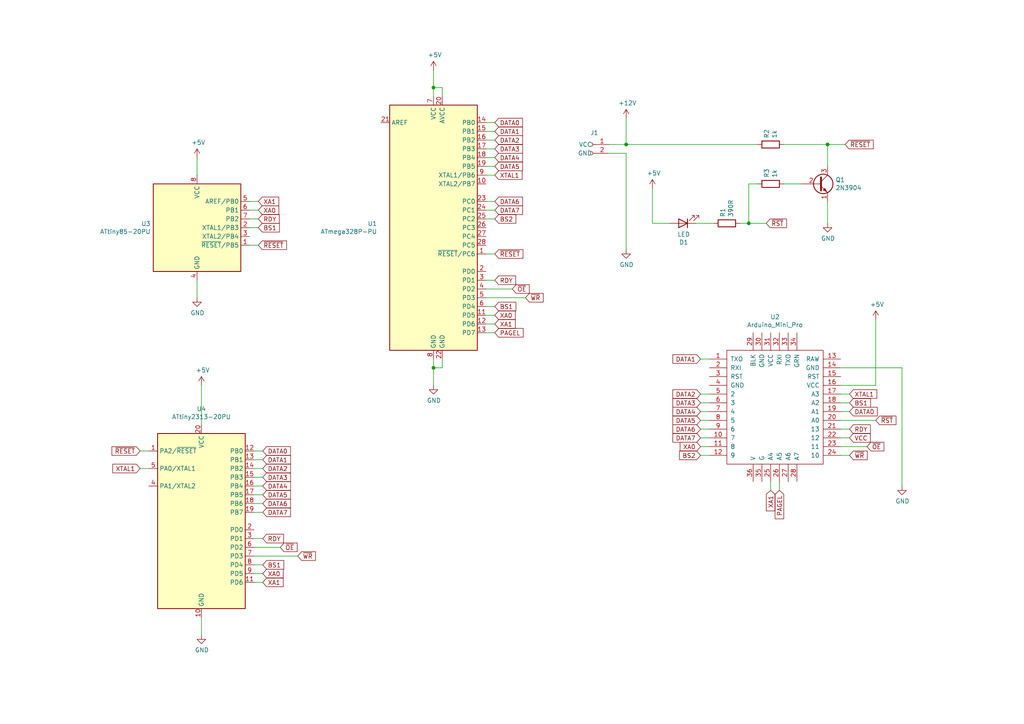
<source format=kicad_sch>
(kicad_sch (version 20231120) (generator "eeschema") (generator_version "8.0")
  (paper "A4")
  (lib_symbols
    (symbol "Device:LED" (pin_numbers hide) (pin_names (offset 1.016) hide)
      (property "Reference" "D" (at 0 2.54 0))
      (property "Value" "LED" (at 0 -2.54 0))
      (symbol "LED_0_1"
        (polyline (pts (xy -1.27 -1.27) (xy -1.27 1.27)) (stroke (width 0.254)))
        (polyline (pts (xy -1.27 0) (xy 1.27 0)))
        (polyline (pts (xy 1.27 -1.27) (xy 1.27 1.27) (xy -1.27 0) (xy 1.27 -1.27)) (stroke (width 0.254)))
        (polyline (pts (xy -3.048 -0.762) (xy -4.572 -2.286) (xy -3.81 -2.286) (xy -4.572 -2.286) (xy -4.572 -1.524)))
        (polyline (pts (xy -1.778 -0.762) (xy -3.302 -2.286) (xy -2.54 -2.286) (xy -3.302 -2.286) (xy -3.302 -1.524)))
      )
      (symbol "LED_1_1"
        (pin passive line (at -3.81 0 0) (length 2.54) (name "K") (number "1"))
        (pin passive line (at 3.81 0 180) (length 2.54) (name "A") (number "2"))
      )
    )
    (symbol "Device:R" (pin_numbers hide) (pin_names (offset 0))
      (property "Reference" "R" (at 2.032 0 90))
      (property "Value" "R" (at 0 0 90))
      (symbol "R_0_1"
        (rectangle (start -1.016 -2.54) (end 1.016 2.54) (stroke (width 0.254)))
      )
      (symbol "R_1_1"
        (pin passive line (at 0 3.81 270) (length 1.27) (name "~") (number "1"))
        (pin passive line (at 0 -3.81 90) (length 1.27) (name "~") (number "2"))
      )
    )
    (symbol "My_Arduino:Arduino_Mini_Pro" (pin_names (offset 1.016))
      (property "Reference" "U" (at 6.35 3.81 0))
      (property "Value" "Arduino_Mini_Pro" (at 1.27 7.62 0))
      (symbol "Arduino_Mini_Pro_0_1"
        (rectangle (start 5.08 2.54) (end 33.02 -30.48))
      )
      (symbol "Arduino_Mini_Pro_1_1"
        (pin output line (at 0 0 0) (length 5.08) (name "TXO") (number "1"))
        (pin bidirectional line (at 0 -22.86 0) (length 5.08) (name "7") (number "10"))
        (pin bidirectional line (at 0 -25.4 0) (length 5.08) (name "8") (number "11"))
        (pin bidirectional line (at 0 -27.94 0) (length 5.08) (name "9") (number "12"))
        (pin power_in line (at 38.1 0 180) (length 5.08) (name "RAW") (number "13"))
        (pin power_in line (at 38.1 -2.54 180) (length 5.08) (name "GND") (number "14"))
        (pin input line (at 38.1 -5.08 180) (length 5.08) (name "RST") (number "15"))
        (pin power_out line (at 38.1 -7.62 180) (length 5.08) (name "VCC") (number "16"))
        (pin bidirectional line (at 38.1 -10.16 180) (length 5.08) (name "A3") (number "17"))
        (pin bidirectional line (at 38.1 -12.7 180) (length 5.08) (name "A2") (number "18"))
        (pin bidirectional line (at 38.1 -15.24 180) (length 5.08) (name "A1") (number "19"))
        (pin input line (at 0 -2.54 0) (length 5.08) (name "RXI") (number "2"))
        (pin bidirectional line (at 38.1 -17.78 180) (length 5.08) (name "A0") (number "20"))
        (pin bidirectional line (at 38.1 -20.32 180) (length 5.08) (name "13") (number "21"))
        (pin bidirectional line (at 38.1 -22.86 180) (length 5.08) (name "12") (number "22"))
        (pin bidirectional line (at 38.1 -25.4 180) (length 5.08) (name "11") (number "23"))
        (pin bidirectional line (at 38.1 -27.94 180) (length 5.08) (name "10") (number "24"))
        (pin bidirectional line (at 17.78 -35.56 90) (length 5.08) (name "A4") (number "25"))
        (pin bidirectional line (at 20.32 -35.56 90) (length 5.08) (name "A5") (number "26"))
        (pin bidirectional line (at 22.86 -35.56 90) (length 5.08) (name "A6") (number "27"))
        (pin bidirectional line (at 25.4 -35.56 90) (length 5.08) (name "A7") (number "28"))
        (pin input line (at 12.7 7.62 270) (length 5.08) (name "BLK") (number "29"))
        (pin input line (at 0 -5.08 0) (length 5.08) (name "RST") (number "3"))
        (pin passive line (at 15.24 7.62 270) (length 5.08) (name "GND") (number "30"))
        (pin power_in line (at 17.78 7.62 270) (length 5.08) (name "VCC") (number "31"))
        (pin input line (at 20.32 7.62 270) (length 5.08) (name "RXI") (number "32"))
        (pin output line (at 22.86 7.62 270) (length 5.08) (name "TXO") (number "33"))
        (pin input line (at 25.4 7.62 270) (length 5.08) (name "GRN") (number "34"))
        (pin passive line (at 15.24 -35.56 90) (length 5.08) (name "G") (number "35"))
        (pin power_out line (at 12.7 -35.56 90) (length 5.08) (name "V") (number "36"))
        (pin passive line (at 0 -7.62 0) (length 5.08) (name "GND") (number "4"))
        (pin bidirectional line (at 0 -10.16 0) (length 5.08) (name "2") (number "5"))
        (pin bidirectional line (at 0 -12.7 0) (length 5.08) (name "3") (number "6"))
        (pin bidirectional line (at 0 -15.24 0) (length 5.08) (name "4") (number "7"))
        (pin bidirectional line (at 0 -17.78 0) (length 5.08) (name "5") (number "8"))
        (pin bidirectional line (at 0 -20.32 0) (length 5.08) (name "6") (number "9"))
      )
    )
    (symbol "My_Headers:2-pin_power_input_header" (pin_names (offset 1.016))
      (property "Reference" "J" (at 0 2.54 0))
      (symbol "2-pin_power_input_header_1_1"
        (arc (start 0 -2.032) (mid -0.5058 -2.54) (end 0 -3.048) (stroke (width 0.1524)))
        (polyline (pts (xy -1.27 -2.54) (xy -0.508 -2.54)) (stroke (width 0.1524)))
        (polyline (pts (xy -1.27 0) (xy -0.508 0)) (stroke (width 0.1524)))
        (arc (start 0 0.508) (mid -0.5058 0) (end 0 -0.508) (stroke (width 0.1524)))
        (pin power_out line (at -5.08 0 0) (length 3.81) (name "VCC") (number "1"))
        (pin power_out line (at -5.08 -2.54 0) (length 3.81) (name "GND") (number "2"))
      )
    )
    (symbol "My_Misc:ATmega328P-PU"
      (property "Reference" "U" (at -12.7 36.83 0))
      (property "Value" "ATmega328P-PU" (at 7.62 -36.83 0))
      (symbol "ATmega328P-PU_0_1"
        (rectangle (start -12.7 -35.56) (end 12.7 35.56) (stroke (width 0.254)) (fill (type background)))
      )
      (symbol "ATmega328P-PU_1_1"
        (pin bidirectional line (at 15.24 -7.62 180) (length 2.54) (name "~{RESET}/PC6") (number "1"))
        (pin bidirectional line (at 15.24 12.7 180) (length 2.54) (name "XTAL2/PB7") (number "10"))
        (pin bidirectional line (at 15.24 -25.4 180) (length 2.54) (name "PD5") (number "11"))
        (pin bidirectional line (at 15.24 -27.94 180) (length 2.54) (name "PD6") (number "12"))
        (pin bidirectional line (at 15.24 -30.48 180) (length 2.54) (name "PD7") (number "13"))
        (pin bidirectional line (at 15.24 30.48 180) (length 2.54) (name "PB0") (number "14"))
        (pin bidirectional line (at 15.24 27.94 180) (length 2.54) (name "PB1") (number "15"))
        (pin bidirectional line (at 15.24 25.4 180) (length 2.54) (name "PB2") (number "16"))
        (pin bidirectional line (at 15.24 22.86 180) (length 2.54) (name "PB3") (number "17"))
        (pin bidirectional line (at 15.24 20.32 180) (length 2.54) (name "PB4") (number "18"))
        (pin bidirectional line (at 15.24 17.78 180) (length 2.54) (name "PB5") (number "19"))
        (pin bidirectional line (at 15.24 -12.7 180) (length 2.54) (name "PD0") (number "2"))
        (pin power_in line (at 2.54 38.1 270) (length 2.54) (name "AVCC") (number "20"))
        (pin passive line (at -15.24 30.48 0) (length 2.54) (name "AREF") (number "21"))
        (pin passive line (at 0 -38.1 90) (length 2.54) hide (name "GND") (number "22"))
        (pin power_in line (at 2.54 -38.1 90) (length 2.54) (name "GND") (number "22"))
        (pin bidirectional line (at 15.24 7.62 180) (length 2.54) (name "PC0") (number "23"))
        (pin bidirectional line (at 15.24 5.08 180) (length 2.54) (name "PC1") (number "24"))
        (pin bidirectional line (at 15.24 2.54 180) (length 2.54) (name "PC2") (number "25"))
        (pin bidirectional line (at 15.24 0 180) (length 2.54) (name "PC3") (number "26"))
        (pin bidirectional line (at 15.24 -2.54 180) (length 2.54) (name "PC4") (number "27"))
        (pin bidirectional line (at 15.24 -5.08 180) (length 2.54) (name "PC5") (number "28"))
        (pin bidirectional line (at 15.24 -15.24 180) (length 2.54) (name "PD1") (number "3"))
        (pin bidirectional line (at 15.24 -17.78 180) (length 2.54) (name "PD2") (number "4"))
        (pin bidirectional line (at 15.24 -20.32 180) (length 2.54) (name "PD3") (number "5"))
        (pin bidirectional line (at 15.24 -22.86 180) (length 2.54) (name "PD4") (number "6"))
        (pin power_in line (at 0 38.1 270) (length 2.54) (name "VCC") (number "7"))
        (pin power_in line (at 0 -38.1 90) (length 2.54) (name "GND") (number "8"))
        (pin bidirectional line (at 15.24 15.24 180) (length 2.54) (name "XTAL1/PB6") (number "9"))
      )
    )
    (symbol "Transistor_BJT:2N3904" (pin_names (offset 0) hide)
      (property "Reference" "Q" (at 5.08 1.905 0))
      (property "Value" "2N3904" (at 5.08 0 0))
      (symbol "2N3904_0_1"
        (polyline (pts (xy 0.635 0.635) (xy 2.54 2.54)))
        (polyline (pts (xy 0.635 -0.635) (xy 2.54 -2.54) (xy 2.54 -2.54)))
        (polyline (pts (xy 0.635 1.905) (xy 0.635 -1.905) (xy 0.635 -1.905)) (stroke (width 0.508)))
        (polyline (pts (xy 1.27 -1.778) (xy 1.778 -1.27) (xy 2.286 -2.286) (xy 1.27 -1.778) (xy 1.27 -1.778)) (fill (type outline)))
        (circle (center 1.27 0) (radius 2.8194) (stroke (width 0.254)))
      )
      (symbol "2N3904_1_1"
        (pin passive line (at 2.54 -5.08 90) (length 2.54) (name "E") (number "1"))
        (pin passive line (at -5.08 0 0) (length 5.715) (name "B") (number "2"))
        (pin passive line (at 2.54 5.08 270) (length 2.54) (name "C") (number "3"))
      )
    )
    (symbol "ardHighVoltageProgrammer-rescue:ATtiny2313-20PU-MCU_Microchip_ATtiny"
      (property "Reference" "U" (at -12.7 26.67 0))
      (property "Value" "ATtiny2313-20PU-MCU_Microchip_ATtiny" (at 2.54 -26.67 0))
      (symbol "ATtiny2313-20PU-MCU_Microchip_ATtiny_0_1"
        (rectangle (start -12.7 -25.4) (end 12.7 25.4) (stroke (width 0.254)) (fill (type background)))
      )
      (symbol "ATtiny2313-20PU-MCU_Microchip_ATtiny_1_1"
        (pin bidirectional line (at -15.24 20.32 0) (length 2.54) (name "PA2/~{RESET}") (number "1"))
        (pin power_in line (at 0 -27.94 90) (length 2.54) (name "GND") (number "10"))
        (pin bidirectional line (at 15.24 -17.78 180) (length 2.54) (name "PD6") (number "11"))
        (pin bidirectional line (at 15.24 20.32 180) (length 2.54) (name "PB0") (number "12"))
        (pin bidirectional line (at 15.24 17.78 180) (length 2.54) (name "PB1") (number "13"))
        (pin bidirectional line (at 15.24 15.24 180) (length 2.54) (name "PB2") (number "14"))
        (pin bidirectional line (at 15.24 12.7 180) (length 2.54) (name "PB3") (number "15"))
        (pin bidirectional line (at 15.24 10.16 180) (length 2.54) (name "PB4") (number "16"))
        (pin bidirectional line (at 15.24 7.62 180) (length 2.54) (name "PB5") (number "17"))
        (pin bidirectional line (at 15.24 5.08 180) (length 2.54) (name "PB6") (number "18"))
        (pin bidirectional line (at 15.24 2.54 180) (length 2.54) (name "PB7") (number "19"))
        (pin bidirectional line (at 15.24 -2.54 180) (length 2.54) (name "PD0") (number "2"))
        (pin power_in line (at 0 27.94 270) (length 2.54) (name "VCC") (number "20"))
        (pin bidirectional line (at 15.24 -5.08 180) (length 2.54) (name "PD1") (number "3"))
        (pin bidirectional line (at -15.24 10.16 0) (length 2.54) (name "PA1/XTAL2") (number "4"))
        (pin bidirectional line (at -15.24 15.24 0) (length 2.54) (name "PA0/XTAL1") (number "5"))
        (pin bidirectional line (at 15.24 -7.62 180) (length 2.54) (name "PD2") (number "6"))
        (pin bidirectional line (at 15.24 -10.16 180) (length 2.54) (name "PD3") (number "7"))
        (pin bidirectional line (at 15.24 -12.7 180) (length 2.54) (name "PD4") (number "8"))
        (pin bidirectional line (at 15.24 -15.24 180) (length 2.54) (name "PD5") (number "9"))
      )
    )
    (symbol "ardHighVoltageProgrammer-rescue:ATtiny85-20PU-MCU_Microchip_ATtiny"
      (property "Reference" "U" (at -12.7 13.97 0))
      (property "Value" "ATtiny85-20PU-MCU_Microchip_ATtiny" (at 2.54 -13.97 0))
      (symbol "ATtiny85-20PU-MCU_Microchip_ATtiny_0_1"
        (rectangle (start -12.7 -12.7) (end 12.7 12.7) (stroke (width 0.254)) (fill (type background)))
      )
      (symbol "ATtiny85-20PU-MCU_Microchip_ATtiny_1_1"
        (pin bidirectional line (at 15.24 -5.08 180) (length 2.54) (name "~{RESET}/PB5") (number "1"))
        (pin bidirectional line (at 15.24 0 180) (length 2.54) (name "XTAL1/PB3") (number "2"))
        (pin bidirectional line (at 15.24 -2.54 180) (length 2.54) (name "XTAL2/PB4") (number "3"))
        (pin power_in line (at 0 -15.24 90) (length 2.54) (name "GND") (number "4"))
        (pin bidirectional line (at 15.24 7.62 180) (length 2.54) (name "AREF/PB0") (number "5"))
        (pin bidirectional line (at 15.24 5.08 180) (length 2.54) (name "PB1") (number "6"))
        (pin bidirectional line (at 15.24 2.54 180) (length 2.54) (name "PB2") (number "7"))
        (pin power_in line (at 0 15.24 270) (length 2.54) (name "VCC") (number "8"))
      )
    )
    (symbol "power:+12V" (power) (pin_names (offset 0))
      (property "Value" "+12V" (at 0 3.556 0))
      (symbol "+12V_0_1"
        (polyline (pts (xy -0.762 1.27) (xy 0 2.54)))
        (polyline (pts (xy 0 0) (xy 0 2.54)))
        (polyline (pts (xy 0 2.54) (xy 0.762 1.27)))
      )
      (symbol "+12V_1_1"
        (pin power_in line (at 0 0 90) (length 0) hide (name "+12V") (number "1"))
      )
    )
    (symbol "power:+5V" (power) (pin_names (offset 0))
      (property "Value" "+5V" (at 0 3.556 0))
      (symbol "+5V_0_1"
        (polyline (pts (xy -0.762 1.27) (xy 0 2.54)))
        (polyline (pts (xy 0 0) (xy 0 2.54)))
        (polyline (pts (xy 0 2.54) (xy 0.762 1.27)))
      )
      (symbol "+5V_1_1"
        (pin power_in line (at 0 0 90) (length 0) hide (name "+5V") (number "1"))
      )
    )
    (symbol "power:GND" (power) (pin_names (offset 0))
      (property "Value" "GND" (at 0 -3.81 0))
      (symbol "GND_0_1"
        (polyline (pts (xy 0 0) (xy 0 -1.27) (xy 1.27 -1.27) (xy 0 -2.54) (xy -1.27 -1.27) (xy 0 -1.27)))
      )
      (symbol "GND_1_1"
        (pin power_in line (at 0 0 270) (length 0) hide (name "GND") (number "1"))
      )
    )
  )
  (junction (at 240.03 41.91))
  (junction (at 125.73 25.4))
  (junction (at 217.17 64.77))
  (junction (at 181.61 41.91))
  (junction (at 125.73 106.68))
  (wire (pts (xy 201.93 64.77) (xy 207.01 64.77)))
  (wire (pts (xy 140.97 83.82) (xy 148.59 83.82)))
  (wire (pts (xy 243.84 129.54) (xy 251.46 129.54)))
  (wire (pts (xy 73.66 156.21) (xy 76.2 156.21)))
  (wire (pts (xy 243.84 114.3) (xy 246.38 114.3)))
  (wire (pts (xy 240.03 41.91) (xy 240.03 48.26)))
  (wire (pts (xy 125.73 104.14) (xy 125.73 106.68)))
  (wire (pts (xy 143.51 81.28) (xy 140.97 81.28)))
  (wire (pts (xy 203.2 132.08) (xy 205.74 132.08)))
  (wire (pts (xy 125.73 25.4) (xy 125.73 27.94)))
  (wire (pts (xy 74.93 60.96) (xy 72.39 60.96)))
  (wire (pts (xy 125.73 106.68) (xy 128.27 106.68)))
  (wire (pts (xy 203.2 127) (xy 205.74 127)))
  (wire (pts (xy 73.66 140.97) (xy 76.2 140.97)))
  (wire (pts (xy 245.11 41.91) (xy 240.03 41.91)))
  (wire (pts (xy 203.2 116.84) (xy 205.74 116.84)))
  (wire (pts (xy 72.39 63.5) (xy 74.93 63.5)))
  (wire (pts (xy 73.66 146.05) (xy 76.2 146.05)))
  (wire (pts (xy 57.15 86.36) (xy 57.15 81.28)))
  (wire (pts (xy 72.39 58.42) (xy 74.93 58.42)))
  (wire (pts (xy 226.06 139.7) (xy 226.06 142.24)))
  (wire (pts (xy 243.84 106.68) (xy 261.62 106.68)))
  (wire (pts (xy 203.2 119.38) (xy 205.74 119.38)))
  (wire (pts (xy 203.2 124.46) (xy 205.74 124.46)))
  (wire (pts (xy 205.74 114.3) (xy 203.2 114.3)))
  (wire (pts (xy 143.51 48.26) (xy 140.97 48.26)))
  (wire (pts (xy 73.66 138.43) (xy 76.2 138.43)))
  (wire (pts (xy 125.73 20.32) (xy 125.73 25.4)))
  (wire (pts (xy 58.42 123.19) (xy 58.42 111.76)))
  (wire (pts (xy 140.97 88.9) (xy 143.51 88.9)))
  (wire (pts (xy 140.97 40.64) (xy 143.51 40.64)))
  (wire (pts (xy 203.2 121.92) (xy 205.74 121.92)))
  (wire (pts (xy 143.51 43.18) (xy 140.97 43.18)))
  (wire (pts (xy 143.51 96.52) (xy 140.97 96.52)))
  (wire (pts (xy 143.51 63.5) (xy 140.97 63.5)))
  (wire (pts (xy 181.61 41.91) (xy 219.71 41.91)))
  (wire (pts (xy 223.52 139.7) (xy 223.52 142.24)))
  (wire (pts (xy 143.51 58.42) (xy 140.97 58.42)))
  (wire (pts (xy 243.84 127) (xy 246.38 127)))
  (wire (pts (xy 128.27 27.94) (xy 128.27 25.4)))
  (wire (pts (xy 40.64 135.89) (xy 43.18 135.89)))
  (wire (pts (xy 181.61 44.45) (xy 181.61 72.39)))
  (wire (pts (xy 140.97 73.66) (xy 143.51 73.66)))
  (wire (pts (xy 73.66 163.83) (xy 76.2 163.83)))
  (wire (pts (xy 140.97 35.56) (xy 143.51 35.56)))
  (wire (pts (xy 73.66 158.75) (xy 81.28 158.75)))
  (wire (pts (xy 73.66 135.89) (xy 76.2 135.89)))
  (wire (pts (xy 189.23 64.77) (xy 189.23 54.61)))
  (wire (pts (xy 243.84 116.84) (xy 246.38 116.84)))
  (wire (pts (xy 243.84 124.46) (xy 246.38 124.46)))
  (wire (pts (xy 217.17 64.77) (xy 217.17 53.34)))
  (wire (pts (xy 140.97 60.96) (xy 143.51 60.96)))
  (wire (pts (xy 57.15 50.8) (xy 57.15 45.72)))
  (wire (pts (xy 176.53 41.91) (xy 181.61 41.91)))
  (wire (pts (xy 194.31 64.77) (xy 189.23 64.77)))
  (wire (pts (xy 43.18 130.81) (xy 40.64 130.81)))
  (wire (pts (xy 73.66 168.91) (xy 76.2 168.91)))
  (wire (pts (xy 58.42 184.15) (xy 58.42 179.07)))
  (wire (pts (xy 246.38 119.38) (xy 243.84 119.38)))
  (wire (pts (xy 181.61 41.91) (xy 181.61 34.29)))
  (wire (pts (xy 227.33 41.91) (xy 240.03 41.91)))
  (wire (pts (xy 203.2 104.14) (xy 205.74 104.14)))
  (wire (pts (xy 140.97 50.8) (xy 143.51 50.8)))
  (wire (pts (xy 140.97 45.72) (xy 143.51 45.72)))
  (wire (pts (xy 140.97 93.98) (xy 143.51 93.98)))
  (wire (pts (xy 240.03 64.77) (xy 240.03 58.42)))
  (wire (pts (xy 73.66 143.51) (xy 76.2 143.51)))
  (wire (pts (xy 73.66 133.35) (xy 76.2 133.35)))
  (wire (pts (xy 214.63 64.77) (xy 217.17 64.77)))
  (wire (pts (xy 128.27 106.68) (xy 128.27 104.14)))
  (wire (pts (xy 227.33 53.34) (xy 232.41 53.34)))
  (wire (pts (xy 203.2 129.54) (xy 205.74 129.54)))
  (wire (pts (xy 143.51 38.1) (xy 140.97 38.1)))
  (wire (pts (xy 73.66 161.29) (xy 86.36 161.29)))
  (wire (pts (xy 261.62 106.68) (xy 261.62 140.97)))
  (wire (pts (xy 74.93 66.04) (xy 72.39 66.04)))
  (wire (pts (xy 125.73 106.68) (xy 125.73 111.76)))
  (wire (pts (xy 128.27 25.4) (xy 125.73 25.4)))
  (wire (pts (xy 152.4 86.36) (xy 140.97 86.36)))
  (wire (pts (xy 73.66 166.37) (xy 76.2 166.37)))
  (wire (pts (xy 222.25 64.77) (xy 217.17 64.77)))
  (wire (pts (xy 73.66 148.59) (xy 76.2 148.59)))
  (wire (pts (xy 176.53 44.45) (xy 181.61 44.45)))
  (wire (pts (xy 243.84 121.92) (xy 254 121.92)))
  (wire (pts (xy 143.51 91.44) (xy 140.97 91.44)))
  (wire (pts (xy 243.84 132.08) (xy 246.38 132.08)))
  (wire (pts (xy 254 111.76) (xy 254 92.71)))
  (wire (pts (xy 243.84 111.76) (xy 254 111.76)))
  (wire (pts (xy 73.66 130.81) (xy 76.2 130.81)))
  (wire (pts (xy 74.93 71.12) (xy 72.39 71.12)))
  (wire (pts (xy 217.17 53.34) (xy 219.71 53.34)))
  (global_label "DATA4" (shape input) (at 76.2 140.97 0) (property "Intersheetrefs" "${INTERSHEET_REFS}" (effects (hide yes))))
  (global_label "BS1" (shape input) (at 74.93 66.04 0) (property "Intersheetrefs" "${INTERSHEET_REFS}" (effects (hide yes))))
  (global_label "DATA5" (shape input) (at 143.51 48.26 0) (property "Intersheetrefs" "${INTERSHEET_REFS}" (effects (hide yes))))
  (global_label "DATA3" (shape input) (at 76.2 138.43 0) (property "Intersheetrefs" "${INTERSHEET_REFS}" (effects (hide yes))))
  (global_label "DATA2" (shape input) (at 143.51 40.64 0) (property "Intersheetrefs" "${INTERSHEET_REFS}" (effects (hide yes))))
  (global_label "DATA4" (shape input) (at 143.51 45.72 0) (property "Intersheetrefs" "${INTERSHEET_REFS}" (effects (hide yes))))
  (global_label "DATA6" (shape input) (at 203.2 124.46 180) (property "Intersheetrefs" "${INTERSHEET_REFS}" (effects (hide yes))))
  (global_label "~{OE}" (shape input) (at 148.59 83.82 0) (property "Intersheetrefs" "${INTERSHEET_REFS}" (effects (hide yes))))
  (global_label "XA0" (shape input) (at 76.2 166.37 0) (property "Intersheetrefs" "${INTERSHEET_REFS}" (effects (hide yes))))
  (global_label "XA0" (shape input) (at 203.2 129.54 180) (property "Intersheetrefs" "${INTERSHEET_REFS}" (effects (hide yes))))
  (global_label "~{RESET}" (shape input) (at 143.51 73.66 0) (property "Intersheetrefs" "${INTERSHEET_REFS}" (effects (hide yes))))
  (global_label "DATA2" (shape input) (at 203.2 114.3 180) (property "Intersheetrefs" "${INTERSHEET_REFS}" (effects (hide yes))))
  (global_label "DATA7" (shape input) (at 143.51 60.96 0) (property "Intersheetrefs" "${INTERSHEET_REFS}" (effects (hide yes))))
  (global_label "BS2" (shape input) (at 143.51 63.5 0) (property "Intersheetrefs" "${INTERSHEET_REFS}" (effects (hide yes))))
  (global_label "BS1" (shape input) (at 246.38 116.84 0) (property "Intersheetrefs" "${INTERSHEET_REFS}" (effects (hide yes))))
  (global_label "DATA1" (shape input) (at 76.2 133.35 0) (property "Intersheetrefs" "${INTERSHEET_REFS}" (effects (hide yes))))
  (global_label "~{RESET}" (shape input) (at 245.11 41.91 0) (property "Intersheetrefs" "${INTERSHEET_REFS}" (effects (hide yes))))
  (global_label "DATA3" (shape input) (at 143.51 43.18 0) (property "Intersheetrefs" "${INTERSHEET_REFS}" (effects (hide yes))))
  (global_label "XTAL1" (shape input) (at 246.38 114.3 0) (property "Intersheetrefs" "${INTERSHEET_REFS}" (effects (hide yes))))
  (global_label "VCC" (shape input) (at 246.38 127 0) (property "Intersheetrefs" "${INTERSHEET_REFS}" (effects (hide yes))))
  (global_label "RDY" (shape input) (at 74.93 63.5 0) (property "Intersheetrefs" "${INTERSHEET_REFS}" (effects (hide yes))))
  (global_label "BS1" (shape input) (at 143.51 88.9 0) (property "Intersheetrefs" "${INTERSHEET_REFS}" (effects (hide yes))))
  (global_label "DATA1" (shape input) (at 203.2 104.14 180) (property "Intersheetrefs" "${INTERSHEET_REFS}" (effects (hide yes))))
  (global_label "DATA6" (shape input) (at 143.51 58.42 0) (property "Intersheetrefs" "${INTERSHEET_REFS}" (effects (hide yes))))
  (global_label "~{RST}" (shape input) (at 222.25 64.77 0) (property "Intersheetrefs" "${INTERSHEET_REFS}" (effects (hide yes))))
  (global_label "~{WR}" (shape input) (at 246.38 132.08 0) (property "Intersheetrefs" "${INTERSHEET_REFS}" (effects (hide yes))))
  (global_label "XA1" (shape input) (at 143.51 93.98 0) (property "Intersheetrefs" "${INTERSHEET_REFS}" (effects (hide yes))))
  (global_label "XA1" (shape input) (at 74.93 58.42 0) (property "Intersheetrefs" "${INTERSHEET_REFS}" (effects (hide yes))))
  (global_label "DATA7" (shape input) (at 76.2 148.59 0) (property "Intersheetrefs" "${INTERSHEET_REFS}" (effects (hide yes))))
  (global_label "DATA0" (shape input) (at 246.38 119.38 0) (property "Intersheetrefs" "${INTERSHEET_REFS}" (effects (hide yes))))
  (global_label "PAGEL" (shape input) (at 143.51 96.52 0) (property "Intersheetrefs" "${INTERSHEET_REFS}" (effects (hide yes))))
  (global_label "~{RESET}" (shape input) (at 40.64 130.81 180) (property "Intersheetrefs" "${INTERSHEET_REFS}" (effects (hide yes))))
  (global_label "~{RST}" (shape input) (at 254 121.92 0) (property "Intersheetrefs" "${INTERSHEET_REFS}" (effects (hide yes))))
  (global_label "DATA4" (shape input) (at 203.2 119.38 180) (property "Intersheetrefs" "${INTERSHEET_REFS}" (effects (hide yes))))
  (global_label "DATA6" (shape input) (at 76.2 146.05 0) (property "Intersheetrefs" "${INTERSHEET_REFS}" (effects (hide yes))))
  (global_label "RDY" (shape input) (at 246.38 124.46 0) (property "Intersheetrefs" "${INTERSHEET_REFS}" (effects (hide yes))))
  (global_label "DATA5" (shape input) (at 76.2 143.51 0) (property "Intersheetrefs" "${INTERSHEET_REFS}" (effects (hide yes))))
  (global_label "~{OE}" (shape input) (at 251.46 129.54 0) (property "Intersheetrefs" "${INTERSHEET_REFS}" (effects (hide yes))))
  (global_label "BS2" (shape input) (at 203.2 132.08 180) (property "Intersheetrefs" "${INTERSHEET_REFS}" (effects (hide yes))))
  (global_label "DATA2" (shape input) (at 76.2 135.89 0) (property "Intersheetrefs" "${INTERSHEET_REFS}" (effects (hide yes))))
  (global_label "~{RESET}" (shape input) (at 74.93 71.12 0) (property "Intersheetrefs" "${INTERSHEET_REFS}" (effects (hide yes))))
  (global_label "RDY" (shape input) (at 143.51 81.28 0) (property "Intersheetrefs" "${INTERSHEET_REFS}" (effects (hide yes))))
  (global_label "DATA7" (shape input) (at 203.2 127 180) (property "Intersheetrefs" "${INTERSHEET_REFS}" (effects (hide yes))))
  (global_label "~{WR}" (shape input) (at 86.36 161.29 0) (property "Intersheetrefs" "${INTERSHEET_REFS}" (effects (hide yes))))
  (global_label "BS1" (shape input) (at 76.2 163.83 0) (property "Intersheetrefs" "${INTERSHEET_REFS}" (effects (hide yes))))
  (global_label "XTAL1" (shape input) (at 143.51 50.8 0) (property "Intersheetrefs" "${INTERSHEET_REFS}" (effects (hide yes))))
  (global_label "XA1" (shape input) (at 76.2 168.91 0) (property "Intersheetrefs" "${INTERSHEET_REFS}" (effects (hide yes))))
  (global_label "DATA1" (shape input) (at 143.51 38.1 0) (property "Intersheetrefs" "${INTERSHEET_REFS}" (effects (hide yes))))
  (global_label "DATA0" (shape input) (at 76.2 130.81 0) (property "Intersheetrefs" "${INTERSHEET_REFS}" (effects (hide yes))))
  (global_label "DATA5" (shape input) (at 203.2 121.92 180) (property "Intersheetrefs" "${INTERSHEET_REFS}" (effects (hide yes))))
  (global_label "XA0" (shape input) (at 143.51 91.44 0) (property "Intersheetrefs" "${INTERSHEET_REFS}" (effects (hide yes))))
  (global_label "XA0" (shape input) (at 74.93 60.96 0) (property "Intersheetrefs" "${INTERSHEET_REFS}" (effects (hide yes))))
  (global_label "XTAL1" (shape input) (at 40.64 135.89 180) (property "Intersheetrefs" "${INTERSHEET_REFS}" (effects (hide yes))))
  (global_label "RDY" (shape input) (at 76.2 156.21 0) (property "Intersheetrefs" "${INTERSHEET_REFS}" (effects (hide yes))))
  (global_label "DATA0" (shape input) (at 143.51 35.56 0) (property "Intersheetrefs" "${INTERSHEET_REFS}" (effects (hide yes))))
  (global_label "XA1" (shape input) (at 223.52 142.24 270) (property "Intersheetrefs" "${INTERSHEET_REFS}" (effects (hide yes))))
  (global_label "~{WR}" (shape input) (at 152.4 86.36 0) (property "Intersheetrefs" "${INTERSHEET_REFS}" (effects (hide yes))))
  (global_label "PAGEL" (shape input) (at 226.06 142.24 270) (property "Intersheetrefs" "${INTERSHEET_REFS}" (effects (hide yes))))
  (global_label "DATA3" (shape input) (at 203.2 116.84 180) (property "Intersheetrefs" "${INTERSHEET_REFS}" (effects (hide yes))))
  (global_label "~{OE}" (shape input) (at 81.28 158.75 0) (property "Intersheetrefs" "${INTERSHEET_REFS}" (effects (hide yes))))
  (symbol (lib_id "My_Arduino:Arduino_Mini_Pro") (at 205.74 104.14 0) (unit 1)
    (property "Reference" "U2" (at 224.79 91.9226 0))
    (property "Value" "Arduino_Mini_Pro" (at 224.79 94.234 0))
    (property "Footprint" "My_Arduino:Arduino_Pro_Mini_vC_larger_pads" (effects (hide yes)))
  )
  (symbol (lib_id "My_Misc:ATmega328P-PU") (at 125.73 66.04 0) (unit 1)
    (property "Reference" "U1" (at 109.3724 64.8716 0) (effects (justify right)))
    (property "Value" "ATmega328P-PU" (at 109.3724 67.183 0) (effects (justify right)))
    (property "Footprint" "My_Misc:ZIF_DIP_Socket-28_W6.9_W7.62_W10.16_W12.7_W13.5_3M_228-4817-00-0602J_large" (effects (hide yes)))
    (property "Datasheet" "http://ww1.microchip.com/downloads/en/DeviceDoc/ATmega328_P%20AVR%20MCU%20with%20picoPower%20Technology%20Data%20Sheet%2040001984A.pdf" (effects (hide yes)))
  )
  (symbol (lib_id "Transistor_BJT:2N3904") (at 237.49 53.34 0) (unit 1)
    (property "Reference" "Q1" (at 242.316 52.1716 0) (effects (justify left)))
    (property "Value" "2N3904" (at 242.316 54.483 0) (effects (justify left)))
    (property "Footprint" "My_Parts:TO-220F-3_Vertical_large" (effects (hide yes)))
    (property "Datasheet" "https://www.onsemi.com/pub/Collateral/2N3903-D.PDF" (effects (hide yes)))
  )
  (symbol (lib_id "Device:LED") (at 198.12 64.77 180) (unit 1)
    (property "Reference" "D1" (at 198.2978 70.2818 0))
    (property "Value" "LED" (at 198.2978 67.9704 0))
    (property "Footprint" "My_Misc:LED_D5.0mm_larger_pads" (effects (hide yes)))
  )
  (symbol (lib_id "Device:R") (at 223.52 53.34 90) (unit 1)
    (property "Reference" "R3" (at 222.3516 51.562 0) (effects (justify left)))
    (property "Value" "1k" (at 224.663 51.562 0) (effects (justify left)))
    (property "Footprint" "My_Misc:R_Axial_DIN0207_L6.3mm_D2.5mm_P10.16mm_Horizontal_larger_pads" (effects (hide yes)))
  )
  (symbol (lib_id "Device:R") (at 223.52 41.91 90) (unit 1)
    (property "Reference" "R2" (at 222.3516 40.132 0) (effects (justify left)))
    (property "Value" "1k" (at 224.663 40.132 0) (effects (justify left)))
    (property "Footprint" "My_Misc:R_Axial_DIN0207_L6.3mm_D2.5mm_P10.16mm_Horizontal_larger_pads" (effects (hide yes)))
  )
  (symbol (lib_id "Device:R") (at 210.82 64.77 90) (unit 1)
    (property "Reference" "R1" (at 209.6516 62.992 0) (effects (justify left)))
    (property "Value" "390R" (at 211.963 62.992 0) (effects (justify left)))
    (property "Footprint" "My_Misc:R_Axial_DIN0207_L6.3mm_D2.5mm_P10.16mm_Horizontal_larger_pads" (effects (hide yes)))
  )
  (symbol (lib_id "ardHighVoltageProgrammer-rescue:ATtiny85-20PU-MCU_Microchip_ATtiny") (at 57.15 66.04 0) (unit 1)
    (property "Reference" "U3" (at 43.7134 64.8716 0) (effects (justify right)))
    (property "Value" "ATtiny85-20PU" (at 43.7134 67.183 0) (effects (justify right)))
    (property "Datasheet" "http://ww1.microchip.com/downloads/en/DeviceDoc/atmel-2586-avr-8-bit-microcontroller-attiny25-attiny45-attiny85_datasheet.pdf" (effects (hide yes)))
  )
  (symbol (lib_id "power:+5V") (at 57.15 45.72 0) (unit 1)
    (property "Reference" "#PWR01" (effects (hide yes)))
    (property "Value" "+5V" (at 57.531 41.3258 0))
  )
  (symbol (lib_id "power:GND") (at 57.15 86.36 0) (unit 1)
    (property "Reference" "#PWR02" (effects (hide yes)))
    (property "Value" "GND" (at 57.277 90.7542 0))
  )
  (symbol (lib_id "power:+5V") (at 254 92.71 0) (unit 1)
    (property "Reference" "#PWR0101" (effects (hide yes)))
    (property "Value" "+5V" (at 254.381 88.3158 0))
  )
  (symbol (lib_id "power:GND") (at 261.62 140.97 0) (unit 1)
    (property "Reference" "#PWR0102" (effects (hide yes)))
    (property "Value" "GND" (at 261.747 145.3642 0))
  )
  (symbol (lib_id "power:GND") (at 240.03 64.77 0) (unit 1)
    (property "Reference" "#PWR0103" (effects (hide yes)))
    (property "Value" "GND" (at 240.157 69.1642 0))
  )
  (symbol (lib_id "ardHighVoltageProgrammer-rescue:ATtiny2313-20PU-MCU_Microchip_ATtiny") (at 58.42 151.13 0) (unit 1)
    (property "Reference" "U4" (at 58.42 118.5926 0))
    (property "Value" "ATtiny2313-20PU" (at 58.42 120.904 0))
    (property "Datasheet" "http://ww1.microchip.com/downloads/en/DeviceDoc/Atmel-2543-AVR-ATtiny2313_Datasheet.pdf" (effects (hide yes)))
  )
  (symbol (lib_id "power:+5V") (at 189.23 54.61 0) (unit 1)
    (property "Reference" "#PWR0104" (effects (hide yes)))
    (property "Value" "+5V" (at 189.611 50.2158 0))
  )
  (symbol (lib_id "My_Headers:2-pin_power_input_header") (at 171.45 41.91 0) (mirror y) (unit 1)
    (property "Reference" "J1" (at 172.3898 38.5318 0))
    (property "Value" "2-pin_power_input_header" (effects (hide yes)))
    (property "Footprint" "My_Parts:2-pole_power_in_screw_terminal" (effects (hide yes)))
  )
  (symbol (lib_id "power:+5V") (at 58.42 111.76 0) (unit 1)
    (property "Reference" "#PWR03" (effects (hide yes)))
    (property "Value" "+5V" (at 58.801 107.3658 0))
  )
  (symbol (lib_id "power:GND") (at 58.42 184.15 0) (unit 1)
    (property "Reference" "#PWR04" (effects (hide yes)))
    (property "Value" "GND" (at 58.547 188.5442 0))
  )
  (symbol (lib_id "power:+12V") (at 181.61 34.29 0) (unit 1)
    (property "Reference" "#PWR0105" (effects (hide yes)))
    (property "Value" "+12V" (at 181.991 29.8958 0))
  )
  (symbol (lib_id "power:GND") (at 181.61 72.39 0) (unit 1)
    (property "Reference" "#PWR0106" (effects (hide yes)))
    (property "Value" "GND" (at 181.737 76.7842 0))
  )
  (symbol (lib_id "power:GND") (at 125.73 111.76 0) (unit 1)
    (property "Reference" "#PWR0107" (effects (hide yes)))
    (property "Value" "GND" (at 125.857 116.1542 0))
  )
  (symbol (lib_id "power:+5V") (at 125.73 20.32 0) (unit 1)
    (property "Reference" "#PWR0108" (effects (hide yes)))
    (property "Value" "+5V" (at 126.111 15.9258 0))
  )
)
</source>
